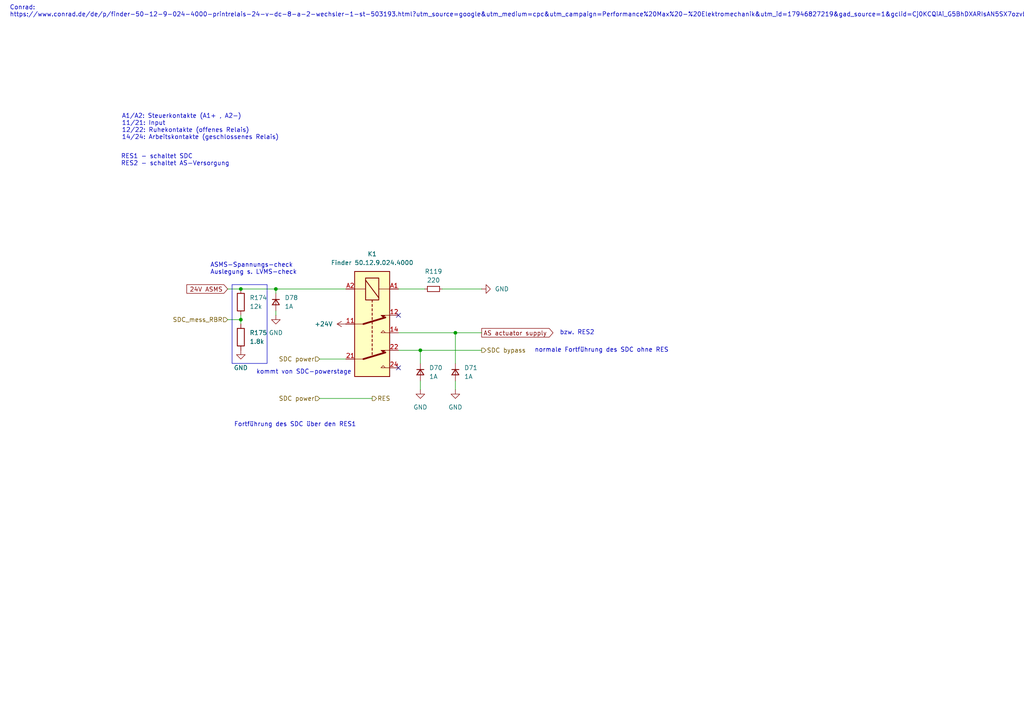
<source format=kicad_sch>
(kicad_sch (version 20250114) (generator "eeschema") (generator_version "9.0")
  (paper "A4")
  (title_block (title "PDU FT25") (date "2025-01-15") (rev "V1.2") (company "Janek Herm") (comment 1 "FaSTTUBe Electronics"))
  (lib_symbols
    (symbol "Device:D_Small" (pin_numbers (hide yes)) (pin_names (offset 0.254) (hide yes))
      (property "Reference" "D" (at -1.27 2.032 0))
      (property "Value" "D_Small" (at -3.81 -2.032 0))
      (symbol "D_Small_0_1"
        (polyline (pts (xy -0.762 0) (xy 0.762 0)))
        (polyline (pts (xy -0.762 -1.016) (xy -0.762 1.016)) (stroke (width 0.254)))
        (polyline (pts (xy 0.762 -1.016) (xy -0.762 0) (xy 0.762 1.016) (xy 0.762 -1.016)) (stroke (width 0.254)))
      )
      (symbol "D_Small_1_1"
        (pin passive line (at -2.54 0 0) (length 1.778) (name "K") (number "1"))
        (pin passive line (at 2.54 0 180) (length 1.778) (name "A") (number "2"))
      )
    )
    (symbol "Device:R" (pin_numbers (hide yes)) (pin_names (offset 0))
      (property "Reference" "R" (at 2.032 0 90))
      (property "Value" "R" (at 0 0 90))
      (symbol "R_0_1"
        (rectangle (start -1.016 -2.54) (end 1.016 2.54) (stroke (width 0.254)))
      )
      (symbol "R_1_1"
        (pin passive line (at 0 3.81 270) (length 1.27) (name "~") (number "1"))
        (pin passive line (at 0 -3.81 90) (length 1.27) (name "~") (number "2"))
      )
    )
    (symbol "Device:R_Small" (pin_numbers (hide yes)) (pin_names (offset 0.254) (hide yes))
      (property "Reference" "R" (at 0.762 0.508 0))
      (property "Value" "R_Small" (at 0.762 -1.016 0))
      (symbol "R_Small_0_1"
        (rectangle (start -0.762 1.778) (end 0.762 -1.778) (stroke (width 0.2032)))
      )
      (symbol "R_Small_1_1"
        (pin passive line (at 0 2.54 270) (length 0.762) (name "~") (number "1"))
        (pin passive line (at 0 -2.54 90) (length 0.762) (name "~") (number "2"))
      )
    )
    (symbol "GND_5" (power) (pin_numbers (hide yes)) (pin_names (offset 0) (hide yes))
      (property "Value" "GND" (at 0 -3.81 0))
      (symbol "GND_5_0_1"
        (polyline (pts (xy 0 0) (xy 0 -1.27) (xy 1.27 -1.27) (xy 0 -2.54) (xy -1.27 -1.27) (xy 0 -1.27)))
      )
      (symbol "GND_5_1_1"
        (pin power_in line (at 0 0 270) (length 0) (name "~") (number "1"))
      )
    )
    (symbol "Relay:Relay_DPDT"
      (property "Reference" "K" (at 16.51 3.81 0))
      (property "Value" "Relay_DPDT" (at 16.51 1.27 0))
      (symbol "Relay_DPDT_0_1"
        (rectangle (start -15.24 5.08) (end 15.24 -5.08) (stroke (width 0.254)) (fill (type background)))
        (rectangle (start -13.335 1.905) (end -6.985 -1.905) (stroke (width 0.254)))
        (polyline (pts (xy -12.7 -1.905) (xy -7.62 1.905)) (stroke (width 0.254)))
        (polyline (pts (xy -10.16 5.08) (xy -10.16 1.905)))
        (polyline (pts (xy -10.16 -5.08) (xy -10.16 -1.905)))
        (polyline (pts (xy -6.985 0) (xy -6.35 0)) (stroke (width 0.254)))
        (polyline (pts (xy -5.715 0) (xy -5.08 0)) (stroke (width 0.254)))
        (polyline (pts (xy -4.445 0) (xy -3.81 0)) (stroke (width 0.254)))
        (polyline (pts (xy -3.175 0) (xy -2.54 0)) (stroke (width 0.254)))
        (polyline (pts (xy -2.54 5.08) (xy -2.54 2.54) (xy -1.905 3.175) (xy -2.54 3.81)) (fill (type outline)))
        (polyline (pts (xy -1.905 0) (xy -1.27 0)) (stroke (width 0.254)))
        (polyline (pts (xy -0.635 0) (xy 0 0)) (stroke (width 0.254)))
        (polyline (pts (xy 0 -2.54) (xy -1.905 3.81)) (stroke (width 0.508)))
        (polyline (pts (xy 0 -2.54) (xy 0 -5.08)))
        (polyline (pts (xy 0.635 0) (xy 1.27 0)) (stroke (width 0.254)))
        (polyline (pts (xy 1.905 0) (xy 2.54 0)) (stroke (width 0.254)))
        (polyline (pts (xy 2.54 5.08) (xy 2.54 2.54) (xy 1.905 3.175) (xy 2.54 3.81)))
        (polyline (pts (xy 3.175 0) (xy 3.81 0)) (stroke (width 0.254)))
        (polyline (pts (xy 4.445 0) (xy 5.08 0)) (stroke (width 0.254)))
        (polyline (pts (xy 5.715 0) (xy 6.35 0)) (stroke (width 0.254)))
        (polyline (pts (xy 6.985 0) (xy 7.62 0)) (stroke (width 0.254)))
        (polyline (pts (xy 7.62 5.08) (xy 7.62 2.54) (xy 8.255 3.175) (xy 7.62 3.81)) (fill (type outline)))
        (polyline (pts (xy 8.255 0) (xy 8.89 0)) (stroke (width 0.254)))
        (polyline (pts (xy 10.16 -2.54) (xy 8.255 3.81)) (stroke (width 0.508)))
        (polyline (pts (xy 10.16 -2.54) (xy 10.16 -5.08)))
        (polyline (pts (xy 12.7 5.08) (xy 12.7 2.54) (xy 12.065 3.175) (xy 12.7 3.81)))
      )
      (symbol "Relay_DPDT_1_1"
        (pin passive line (at -10.16 7.62 270) (length 2.54) (name "~") (number "A1"))
        (pin passive line (at -10.16 -7.62 90) (length 2.54) (name "~") (number "A2"))
        (pin passive line (at -2.54 7.62 270) (length 2.54) (name "~") (number "12"))
        (pin passive line (at 0 -7.62 90) (length 2.54) (name "~") (number "11"))
        (pin passive line (at 2.54 7.62 270) (length 2.54) (name "~") (number "14"))
        (pin passive line (at 7.62 7.62 270) (length 2.54) (name "~") (number "22"))
        (pin passive line (at 10.16 -7.62 90) (length 2.54) (name "~") (number "21"))
        (pin passive line (at 12.7 7.62 270) (length 2.54) (name "~") (number "24"))
      )
    )
    (symbol "power:+24V" (power) (pin_numbers (hide yes)) (pin_names (offset 0) (hide yes))
      (property "Value" "+24V" (at 0 3.556 0))
      (symbol "+24V_0_1"
        (polyline (pts (xy -0.762 1.27) (xy 0 2.54)))
        (polyline (pts (xy 0 2.54) (xy 0.762 1.27)))
        (polyline (pts (xy 0 0) (xy 0 2.54)))
      )
      (symbol "+24V_1_1"
        (pin power_in line (at 0 0 90) (length 0) (name "~") (number "1"))
      )
    )
    (symbol "power:GND" (power) (pin_numbers (hide yes)) (pin_names (offset 0) (hide yes))
      (property "Value" "GND" (at 0 -3.81 0))
      (symbol "GND_0_1"
        (polyline (pts (xy 0 0) (xy 0 -1.27) (xy 1.27 -1.27) (xy 0 -2.54) (xy -1.27 -1.27) (xy 0 -1.27)))
      )
      (symbol "GND_1_1"
        (pin power_in line (at 0 0 270) (length 0) (name "~") (number "1"))
      )
    )
  )
  (rectangle (start 67.31 82.55) (end 77.47 105.41))
  (text "normale Fortführung des SDC ohne RES" (at 174.498 101.6 0) (effects (font (size 1.27 1.27) (thickness 0.1588))))
  (text "Fortführung des SDC über den RES1" (at 85.598 123.19 0) (effects (font (size 1.27 1.27) (thickness 0.1588))))
  (text "RES1 - schaltet SDC\nRES2 - schaltet AS-Versorgung" (at 35.052 46.482 0) (effects (font (size 1.27 1.27)) (justify left)))
  (text "bzw. RES2" (at 167.386 96.52 0) (effects (font (size 1.27 1.27))))
  (text "ASMS-Spannungs-check\nAuslegung s. LVMS-check" (at 60.96 77.978 0) (effects (font (size 1.27 1.27) (thickness 0.1588)) (justify left)))
  (text "kommt von SDC-powerstage" (at 88.138 107.95 0) (effects (font (size 1.27 1.27))))
  (text "A1/A2: Steuerkontakte (A1+ , A2-)\n11/21: Input\n12/22: Ruhekontakte (offenes Relais)\n14/24: Arbeitskontakte (geschlossenes Relais)" (at 35.306 36.83 0) (effects (font (size 1.27 1.27)) (justify left)))
  (text "Conrad:\nhttps://www.conrad.de/de/p/finder-50-12-9-024-4000-printrelais-24-v-dc-8-a-2-wechsler-1-st-503193.html?utm_source=google&utm_medium=cpc&utm_campaign=Performance%20Max%20-%20Elektromechanik&utm_id=17946827219&gad_source=1&gclid=Cj0KCQiAi_G5BhDXARIsAN5SX7ozvbyzbNAUnu7ULPQTyRg7aDxVNaZ2DbTGICJ_7DeLlrEXfXyp2XEaApkXEALw_wcB" (at 2.794 3.302 0) (effects (font (size 1.27 1.27)) (justify left)))
  (junction (at 121.92 101.6))
  (junction (at 69.85 92.71))
  (junction (at 80.01 83.82))
  (junction (at 69.85 83.82))
  (junction (at 132.08 96.52))
  (no_connect (at 115.57 91.44))
  (no_connect (at 115.57 106.68))
  (wire (pts (xy 66.04 92.71) (xy 69.85 92.71)))
  (wire (pts (xy 132.08 96.52) (xy 139.7 96.52)))
  (wire (pts (xy 80.01 90.17) (xy 80.01 91.44)))
  (wire (pts (xy 80.01 83.82) (xy 80.01 85.09)))
  (wire (pts (xy 128.27 83.82) (xy 139.7 83.82)))
  (wire (pts (xy 69.85 91.44) (xy 69.85 92.71)))
  (wire (pts (xy 132.08 96.52) (xy 132.08 105.41)))
  (wire (pts (xy 132.08 110.49) (xy 132.08 113.03)))
  (wire (pts (xy 92.71 104.14) (xy 100.33 104.14)))
  (wire (pts (xy 115.57 101.6) (xy 121.92 101.6)))
  (wire (pts (xy 115.57 83.82) (xy 123.19 83.82)))
  (wire (pts (xy 115.57 96.52) (xy 132.08 96.52)))
  (wire (pts (xy 121.92 101.6) (xy 139.7 101.6)))
  (wire (pts (xy 66.04 83.82) (xy 69.85 83.82)))
  (wire (pts (xy 121.92 101.6) (xy 121.92 105.41)))
  (wire (pts (xy 80.01 83.82) (xy 100.33 83.82)))
  (wire (pts (xy 121.92 110.49) (xy 121.92 113.03)))
  (wire (pts (xy 69.85 83.82) (xy 80.01 83.82)))
  (wire (pts (xy 69.85 92.71) (xy 69.85 93.98)))
  (wire (pts (xy 92.71 115.57) (xy 107.95 115.57)))
  (global_label "AS actuator supply" (shape output) (at 139.7 96.52 0) (property "Intersheetrefs" "${INTERSHEET_REFS}" (effects (hide yes))))
  (global_label "24V ASMS" (shape input) (at 66.04 83.82 180) (property "Intersheetrefs" "${INTERSHEET_REFS}" (effects (hide yes))))
  (hierarchical_label "SDC power" (shape input) (at 92.71 115.57 180))
  (hierarchical_label "SDC bypass" (shape output) (at 139.7 101.6 0))
  (hierarchical_label "RES" (shape output) (at 107.95 115.57 0))
  (hierarchical_label "SDC_mess_RBR" (shape input) (at 66.04 92.71 180))
  (hierarchical_label "SDC power" (shape input) (at 92.71 104.14 180))
  (symbol (lib_id "power:GND") (at 80.01 91.44 0) (unit 1)
    (property "Reference" "#PWR0228" (effects (hide yes)))
    (property "Value" "GND" (at 80.01 96.52 0))
    (property "Description" "Power symbol creates a global label with name \"GND\" , ground" (effects (hide yes)))
  )
  (symbol (lib_id "Device:R_Small") (at 125.73 83.82 90) (unit 1)
    (property "Reference" "R119" (at 125.73 78.74 90))
    (property "Value" "220" (at 125.73 81.28 90))
    (property "Footprint" "Resistor_SMD:R_0603_1608Metric" (effects (hide yes)))
    (property "Description" "Resistor, small symbol" (effects (hide yes)))
  )
  (symbol (lib_id "Device:D_Small") (at 132.08 107.95 270) (unit 1)
    (property "Reference" "D71" (at 134.62 106.6799 90) (effects (justify left)))
    (property "Value" "1A" (at 134.62 109.2199 90) (effects (justify left)))
    (property "Footprint" "Diode_SMD:D_SOD-123F" (effects (hide yes)))
    (property "Datasheet" "https://www.mouser.de/datasheet/2/389/stpst1h100-3107187.pdf" (effects (hide yes)))
    (property "Description" "Diode, small symbol" (effects (hide yes)))
    (property "Sim.Device" "D" (effects (hide yes)))
    (property "Sim.Pins" "1=K 2=A" (effects (hide yes)))
  )
  (symbol (lib_id "Relay:Relay_DPDT") (at 107.95 93.98 270) (unit 1)
    (property "Reference" "K1" (at 107.95 73.66 90))
    (property "Value" "Finder 50.12.9.024.4000" (at 107.95 76.2 90))
    (property "Footprint" "Relay_THT:Relay_DPDT_Finder_40.52" (effects (hide yes)))
    (property "Datasheet" "https://asset.conrad.com/media10/add/160267/c1/-/de/000503193DS01/datenblatt-503193-finder-501290244000-printrelais-24-vdc-8-a-2-wechsler-1-st.pdf" (effects (hide yes)))
    (property "Description" "24 V/DC 8 A 2 Wechsler" (effects (hide yes)))
  )
  (symbol (lib_id "Device:R") (at 69.85 97.79 0) (mirror y) (unit 1)
    (property "Reference" "R175" (at 72.39 96.5199 0) (effects (justify right)))
    (property "Value" "1.8k" (at 72.39 99.0599 0) (effects (justify right)))
    (property "Footprint" "Resistor_SMD:R_0603_1608Metric" (effects (hide yes)))
  )
  (symbol (lib_name "GND_5") (lib_id "power:GND") (at 69.85 101.6 0) (mirror y) (unit 1)
    (property "Reference" "#PWR0216" (effects (hide yes)))
    (property "Value" "GND" (at 69.85 106.68 0))
    (property "Description" "Power symbol creates a global label with name \"GND\" , ground" (effects (hide yes)))
  )
  (symbol (lib_id "Device:D_Small") (at 80.01 87.63 270) (unit 1)
    (property "Reference" "D78" (at 82.55 86.3599 90) (effects (justify left)))
    (property "Value" "1A" (at 82.55 88.8999 90) (effects (justify left)))
    (property "Footprint" "Diode_SMD:D_SOD-123F" (effects (hide yes)))
    (property "Datasheet" "https://www.mouser.de/datasheet/2/389/stpst1h100-3107187.pdf" (effects (hide yes)))
    (property "Description" "Diode, small symbol" (effects (hide yes)))
    (property "Sim.Device" "D" (effects (hide yes)))
    (property "Sim.Pins" "1=K 2=A" (effects (hide yes)))
  )
  (symbol (lib_id "power:GND") (at 139.7 83.82 90) (unit 1)
    (property "Reference" "#PWR0178" (effects (hide yes)))
    (property "Value" "GND" (at 143.51 83.8199 90) (effects (justify right)))
    (property "Description" "Power symbol creates a global label with name \"GND\" , ground" (effects (hide yes)))
  )
  (symbol (lib_id "Device:D_Small") (at 121.92 107.95 270) (unit 1)
    (property "Reference" "D70" (at 124.46 106.6799 90) (effects (justify left)))
    (property "Value" "1A" (at 124.46 109.2199 90) (effects (justify left)))
    (property "Footprint" "Diode_SMD:D_SOD-123F" (effects (hide yes)))
    (property "Datasheet" "https://www.mouser.de/datasheet/2/389/stpst1h100-3107187.pdf" (effects (hide yes)))
    (property "Description" "Diode, small symbol" (effects (hide yes)))
    (property "Sim.Device" "D" (effects (hide yes)))
    (property "Sim.Pins" "1=K 2=A" (effects (hide yes)))
  )
  (symbol (lib_id "power:GND") (at 132.08 113.03 0) (unit 1)
    (property "Reference" "#PWR0202" (effects (hide yes)))
    (property "Value" "GND" (at 132.08 118.11 0))
    (property "Description" "Power symbol creates a global label with name \"GND\" , ground" (effects (hide yes)))
  )
  (symbol (lib_id "power:+24V") (at 100.33 93.98 90) (unit 1)
    (property "Reference" "#PWR0218" (effects (hide yes)))
    (property "Value" "+24V" (at 96.52 93.9799 90) (effects (justify left)))
    (property "Description" "Power symbol creates a global label with name \"+24V\"" (effects (hide yes)))
  )
  (symbol (lib_id "Device:R") (at 69.85 87.63 0) (mirror y) (unit 1)
    (property "Reference" "R174" (at 72.39 86.3599 0) (effects (justify right)))
    (property "Value" "12k" (at 72.39 88.8999 0) (effects (justify right)))
    (property "Footprint" "Resistor_SMD:R_0603_1608Metric" (effects (hide yes)))
  )
  (symbol (lib_id "power:GND") (at 121.92 113.03 0) (unit 1)
    (property "Reference" "#PWR0201" (effects (hide yes)))
    (property "Value" "GND" (at 121.92 118.11 0))
    (property "Description" "Power symbol creates a global label with name \"GND\" , ground" (effects (hide yes)))
  )
)
</source>
